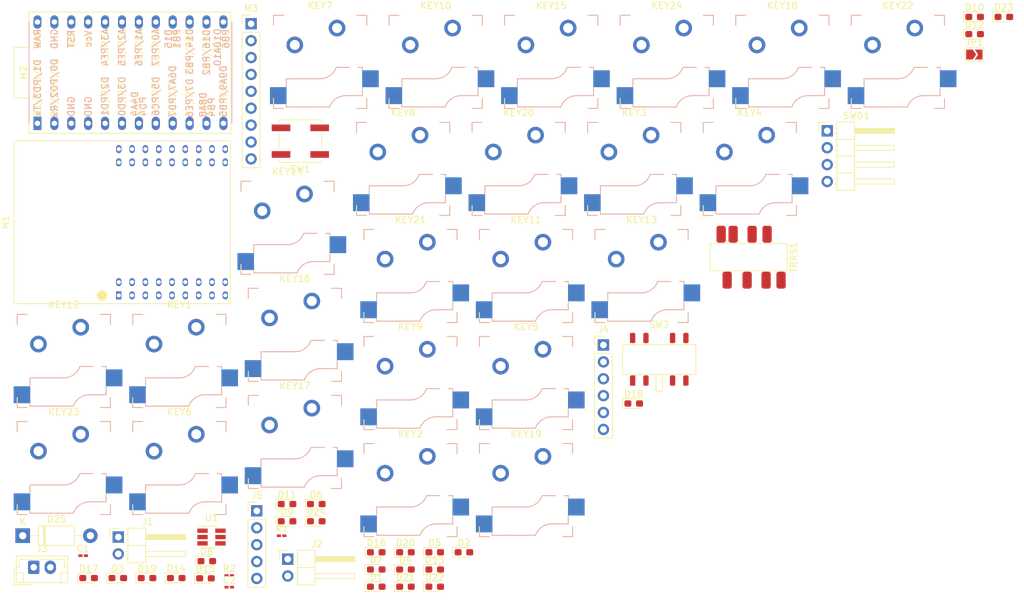
<source format=kicad_pcb>
(kicad_pcb (version 20211014) (generator pcbnew)
  (layers (0 "F.Cu" signal) (31 "B.Cu" signal) (34 "B.Paste" user) (35 "F.Paste" user) (36 "B.SilkS" user "B.Silkscreen") (37 "F.SilkS" user "F.Silkscreen") (38 "B.Mask" user) (39 "F.Mask" user) (44 "Edge.Cuts" user))
  (net 0 "")
  (net 1 "/Vcc_BATT")
  (net 2 "GND")
  (net 3 "/RAW_Pro_Micro")
  (net 4 "/Row_0")
  (net 5 "Net-(D1-Pad2)")
  (net 6 "Net-(D2-Pad2)")
  (net 7 "Net-(D3-Pad2)")
  (net 8 "Net-(D4-Pad2)")
  (net 9 "Net-(D5-Pad2)")
  (net 10 "Net-(D6-Pad2)")
  (net 11 "/Row_1")
  (net 12 "Net-(D7-Pad2)")
  (net 13 "Net-(D8-Pad2)")
  (net 14 "Net-(D9-Pad2)")
  (net 15 "Net-(D10-Pad2)")
  (net 16 "Net-(D11-Pad2)")
  (net 17 "Net-(D12-Pad2)")
  (net 18 "/Row_2")
  (net 19 "Net-(D13-Pad2)")
  (net 20 "Net-(D14-Pad2)")
  (net 21 "Net-(D15-Pad2)")
  (net 22 "Net-(D16-Pad2)")
  (net 23 "Net-(D17-Pad2)")
  (net 24 "Net-(D18-Pad2)")
  (net 25 "/Row_3")
  (net 26 "Net-(D19-Pad2)")
  (net 27 "Net-(D20-Pad2)")
  (net 28 "Net-(D21-Pad2)")
  (net 29 "Net-(D22-Pad2)")
  (net 30 "Net-(D23-Pad2)")
  (net 31 "Net-(D24-Pad2)")
  (net 32 "Net-(D25-Pad1)")
  (net 33 "/RST_Pro_Micro")
  (net 34 "Net-(J2-Pad1)")
  (net 35 "Net-(J2-Pad2)")
  (net 36 "+3V3")
  (net 37 "/SCK_nRF5")
  (net 38 "/MOSI_nRF5")
  (net 39 "/MISO_nRF5")
  (net 40 "/CS_nRF5")
  (net 41 "Net-(M1-Pad12)")
  (net 42 "Net-(M1-Pad13)")
  (net 43 "Net-(M1-Pad14)")
  (net 44 "Net-(M1-Pad30)")
  (net 45 "Net-(M1-Pad28)")
  (net 46 "Net-(JP1-Pad1)")
  (net 47 "/Vcc_Bluefruit")
  (net 48 "/Col_0")
  (net 49 "/Col_1")
  (net 50 "/Col_2")
  (net 51 "/Col_3")
  (net 52 "/Col_4")
  (net 53 "/Col_5")
  (net 56 "/2.4GHz_Enable")
  (net 59 "/Tx_nRF5")
  (net 61 "/Rx_nRF5")
  (net 65 "Net-(M1-Pad31)")
  (net 66 "Net-(M1-Pad32)")
  (net 69 "/RST_Bluefruit")
  (net 72 "/IRQ_Bluefruit")
  (net 73 "/CS_Bluefruit")
  (net 76 "/MISO_Bluefruit")
  (net 77 "/SCK_Bluefruit")
  (net 78 "/MOSI_Bluefruit")
  (net 84 "Net-(R1-Pad1)")
  (footprint "key-switches:MX_Switch_Gateron_socket_A" (layer "F.Cu") (at 149.485 75.605)
    (fp_text reference "KEY10" (at 0 -8.45 unlocked) (layer "F.SilkS"))
    (fp_text value "13")
    (pad "" np_thru_hole circle (at 3.81 2.54) (size 3 3) (drill 3) (layers F&B.Cu *.Mask))
    (pad "" np_thru_hole circle (at 0 0) (size 3.9878 3.9878) (drill 3.9878) (layers F&B.Cu *.Mask))
    (pad "" np_thru_hole circle (at -5.08 0) (size 1.7018 1.7018) (drill 1.7018) (layers F&B.Cu *.Mask))
    (pad "" np_thru_hole circle (at -2.54 5.08) (size 3 3) (drill 3) (layers F&B.Cu *.Mask))
    (pad "" np_thru_hole circle (at 5.08 0) (size 1.7018 1.7018) (drill 1.7018) (layers F&B.Cu *.Mask))
    (pad "1" smd rect (at -6.29 5.08) (size 2.5 2.55) (layers "B.Cu" "B.Paste" "B.Mask") (net 51 "/Col_3"))
    (pad "1" thru_hole circle (at -3.81 -2.54) (size 2.4986 2.4986) (drill 1.4986) (layers *.Cu *.Mask) (net 51 "/Col_3"))
    (pad "2" thru_hole circle (at 2.54 -5.08) (size 2.4986 2.4986) (drill 1.4986) (layers *.Cu *.Mask) (net 15 "Net-(D10-Pad2)"))
    (pad "2" smd rect (at 7.56 2.54) (size 2.5 2.55) (layers "B.Cu" "B.Paste" "B.Mask") (net 15 "Net-(D10-Pad2)"))
  )
  (footprint "Diode_SMD:D_0603_1608Metric_Pad1.05x0.95mm_HandSolder" (layer "F.Cu") (at 179.235 126.98)
    (fp_text reference "D18" (at 0 -1.43) (layer "F.SilkS"))
    (fp_text value "1N4148")
    (pad "1" smd roundrect (at -0.875 0) (size 1.05 0.95) (layers "F.Cu" "F.Paste" "F.Mask") (net 18 "/Row_2"))
    (pad "2" smd roundrect (at 0.875 0) (size 1.05 0.95) (layers "F.Cu" "F.Paste" "F.Mask") (net 24 "Net-(D18-Pad2)"))
  )
  (footprint "key-switches:MX_Switch_Gateron_socket_A" (layer "F.Cu") (at 144.595 91.705)
    (fp_text reference "KEY8" (at 0 -8.45 unlocked) (layer "F.SilkS"))
    (fp_text value "11")
    (pad "" np_thru_hole circle (at -2.54 5.08) (size 3 3) (drill 3) (layers F&B.Cu *.Mask))
    (pad "" np_thru_hole circle (at 5.08 0) (size 1.7018 1.7018) (drill 1.7018) (layers F&B.Cu *.Mask))
    (pad "" np_thru_hole circle (at 0 0) (size 3.9878 3.9878) (drill 3.9878) (layers F&B.Cu *.Mask))
    (pad "" np_thru_hole circle (at 3.81 2.54) (size 3 3) (drill 3) (layers F&B.Cu *.Mask))
    (pad "" np_thru_hole circle (at -5.08 0) (size 1.7018 1.7018) (drill 1.7018) (layers F&B.Cu *.Mask))
    (pad "1" thru_hole circle (at -3.81 -2.54) (size 2.4986 2.4986) (drill 1.4986) (layers *.Cu *.Mask) (net 49 "/Col_1"))
    (pad "1" smd rect (at -6.29 5.08) (size 2.5 2.55) (layers "B.Cu" "B.Paste" "B.Mask") (net 49 "/Col_1"))
    (pad "2" thru_hole circle (at 2.54 -5.08) (size 2.4986 2.4986) (drill 1.4986) (layers *.Cu *.Mask) (net 13 "Net-(D8-Pad2)"))
    (pad "2" smd rect (at 7.56 2.54) (size 2.5 2.55) (layers "B.Cu" "B.Paste" "B.Mask") (net 13 "Net-(D8-Pad2)"))
  )
  (footprint "Diode_THT:D_DO-41_SOD81_P10.16mm_Horizontal" (layer "F.Cu") (at 87.44 146.86)
    (fp_text reference "D25" (at 5.08 -2.47) (layer "F.SilkS"))
    (fp_text value "1N5819")
    (fp_text user "K" (at 0 -2.1) (layer "F.SilkS"))
    (pad "1" thru_hole rect (at 0 0) (size 2.2 2.2) (drill 1.1) (layers *.Cu *.Mask) (net 32 "Net-(D25-Pad1)"))
    (pad "2" thru_hole oval (at 10.16 0) (size 2.2 2.2) (drill 1.1) (layers *.Cu *.Mask) (net 1 "/Vcc_BATT"))
  )
  (footprint "Diode_SMD:D_0603_1608Metric_Pad1.05x0.95mm_HandSolder" (layer "F.Cu") (at 234.845 68.85)
    (fp_text reference "D23" (at 0 -1.43) (layer "F.SilkS"))
    (fp_text value "1N4148")
    (pad "1" smd roundrect (at -0.875 0) (size 1.05 0.95) (layers "F.Cu" "F.Paste" "F.Mask") (net 25 "/Row_3"))
    (pad "2" smd roundrect (at 0.875 0) (size 1.05 0.95) (layers "F.Cu" "F.Paste" "F.Mask") (net 30 "Net-(D23-Pad2)"))
  )
  (footprint "Connector_PinHeader_2.54mm:PinHeader_1x09_P2.54mm_Vertical" (layer "F.Cu") (at 121.75 69.88)
    (fp_text reference "M3" (at 0 -2.33) (layer "F.SilkS"))
    (fp_text value "Adafruit_Bluefruit_LE_SPI_Friend")
    (pad "1" thru_hole rect (at 0 0) (size 1.7 1.7) (drill 1) (layers *.Cu *.Mask) (net 77 "/SCK_Bluefruit"))
    (pad "2" thru_hole oval (at 0 2.54) (size 1.7 1.7) (drill 1) (layers *.Cu *.Mask) (net 76 "/MISO_Bluefruit"))
    (pad "3" thru_hole oval (at 0 5.08) (size 1.7 1.7) (drill 1) (layers *.Cu *.Mask) (net 78 "/MOSI_Bluefruit"))
    (pad "4" thru_hole oval (at 0 7.62) (size 1.7 1.7) (drill 1) (layers *.Cu *.Mask) (net 73 "/CS_Bluefruit"))
    (pad "5" thru_hole oval (at 0 10.16) (size 1.7 1.7) (drill 1) (layers *.Cu *.Mask) (net 72 "/IRQ_Bluefruit"))
    (pad "6" thru_hole oval (at 0 12.7) (size 1.7 1.7) (drill 1) (layers *.Cu *.Mask))
    (pad "7" thru_hole oval (at 0 15.24) (size 1.7 1.7) (drill 1) (layers *.Cu *.Mask) (net 69 "/RST_Bluefruit"))
    (pad "8" thru_hole oval (at 0 17.78) (size 1.7 1.7) (drill 1) (layers *.Cu *.Mask) (net 2 "GND"))
    (pad "9" thru_hole oval (at 0 20.32) (size 1.7 1.7) (drill 1) (layers *.Cu *.Mask) (net 47 "/Vcc_Bluefruit"))
  )
  (footprint "key-switches:MX_Switch_Gateron_socket_A" (layer "F.Cu") (at 145.695 107.805)
    (fp_text reference "KEY21" (at 0 -8.45 unlocked) (layer "F.SilkS"))
    (fp_text value "32")
    (pad "" np_thru_hole circle (at -5.08 0) (size 1.7018 1.7018) (drill 1.7018) (layers F&B.Cu *.Mask))
    (pad "" np_thru_hole circle (at 0 0) (size 3.9878 3.9878) (drill 3.9878) (layers F&B.Cu *.Mask))
    (pad "" np_thru_hole circle (at 5.08 0) (size 1.7018 1.7018) (drill 1.7018) (layers F&B.Cu *.Mask))
    (pad "" np_thru_hole circle (at -2.54 5.08) (size 3 3) (drill 3) (layers F&B.Cu *.Mask))
    (pad "" np_thru_hole circle (at 3.81 2.54) (size 3 3) (drill 3) (layers F&B.Cu *.Mask))
    (pad "1" thru_hole circle (at -3.81 -2.54) (size 2.4986 2.4986) (drill 1.4986) (layers *.Cu *.Mask) (net 50 "/Col_2"))
    (pad "1" smd rect (at -6.29 5.08) (size 2.5 2.55) (layers "B.Cu" "B.Paste" "B.Mask") (net 50 "/Col_2"))
    (pad "2" thru_hole circle (at 2.54 -5.08) (size 2.4986 2.4986) (drill 1.4986) (layers *.Cu *.Mask) (net 28 "Net-(D21-Pad2)"))
    (pad "2" smd rect (at 7.56 2.54) (size 2.5 2.55) (layers "B.Cu" "B.Paste" "B.Mask") (net 28 "Net-(D21-Pad2)"))
  )
  (footprint "key-switches:MX_Switch_Gateron_socket_A" (layer "F.Cu") (at 180.415 107.805)
    (fp_text reference "KEY13" (at 0 -8.45 unlocked) (layer "F.SilkS"))
    (fp_text value "20")
    (pad "" np_thru_hole circle (at 0 0) (size 3.9878 3.9878) (drill 3.9878) (layers F&B.Cu *.Mask))
    (pad "" np_thru_hole circle (at -5.08 0) (size 1.7018 1.7018) (drill 1.7018) (layers F&B.Cu *.Mask))
    (pad "" np_thru_hole circle (at -2.54 5.08) (size 3 3) (drill 3) (layers F&B.Cu *.Mask))
    (pad "" np_thru_hole circle (at 3.81 2.54) (size 3 3) (drill 3) (layers F&B.Cu *.Mask))
    (pad "" np_thru_hole circle (at 5.08 0) (size 1.7018 1.7018) (drill 1.7018) (layers F&B.Cu *.Mask))
    (pad "1" thru_hole circle (at -3.81 -2.54) (size 2.4986 2.4986) (drill 1.4986) (layers *.Cu *.Mask) (net 48 "/Col_0"))
    (pad "1" smd rect (at -6.29 5.08) (size 2.5 2.55) (layers "B.Cu" "B.Paste" "B.Mask") (net 48 "/Col_0"))
    (pad "2" smd rect (at 7.56 2.54) (size 2.5 2.55) (layers "B.Cu" "B.Paste" "B.Mask") (net 19 "Net-(D13-Pad2)"))
    (pad "2" thru_hole circle (at 2.54 -5.08) (size 2.4986 2.4986) (drill 1.4986) (layers *.Cu *.Mask) (net 19 "Net-(D13-Pad2)"))
  )
  (footprint "Diode_SMD:D_0603_1608Metric_Pad1.05x0.95mm_HandSolder" (layer "F.Cu") (at 140.555 154.53)
    (fp_text reference "D1" (at 0 -1.43) (layer "F.SilkS"))
    (fp_text value "1N4148")
    (pad "1" smd roundrect (at -0.875 0) (size 1.05 0.95) (layers "F.Cu" "F.Paste" "F.Mask") (net 4 "/Row_0"))
    (pad "2" smd roundrect (at 0.875 0) (size 1.05 0.95) (layers "F.Cu" "F.Paste" "F.Mask") (net 5 "Net-(D1-Pad2)"))
  )
  (footprint "Connector_JST:JST_EH_B2B-EH-A_1x02_P2.50mm_Vertical" (layer "F.Cu") (at 89.09 151.61)
    (fp_text reference "J3" (at 1.25 -2.8) (layer "F.SilkS"))
    (fp_text value "Conn_01x02")
    (pad "1" thru_hole roundrect (at 0 0) (size 1.7 2) (drill 1) (layers *.Cu *.Mask) (roundrect_rratio 0.147059) (net 1 "/Vcc_BATT"))
    (pad "2" thru_hole oval (at 2.5 0) (size 1.7 2) (drill 1) (layers *.Cu *.Mask) (net 2 "GND"))
  )
  (footprint "ErgoSNM_Keybaord:PJ-393" (layer "F.Cu") (at 190.475 108.43)
    (fp_text reference "TRRS1" (at 12.8 -3.4 90 unlocked) (layer "F.SilkS"))
    (fp_text value "PJ-393_TRRS_8P")
    (pad "" np_thru_hole circle (at 2.1 -3.45) (size 1.4 1.4) (drill 1.4) (layers F&B.Cu *.Mask))
    (pad "" np_thru_hole circle (at 9.5 -3.45) (size 1.4 1.4) (drill 1.4) (layers F&B.Cu *.Mask))
    (pad "1" smd roundrect (at 2.8 0) (size 1.4 2.55) (layers "F.Cu" "F.Paste" "F.Mask") (net 2 "GND"))
    (pad "2" smd roundrect (at 8.8 -6.9) (size 1.4 2.55) (layers "F.Cu" "F.Paste" "F.Mask") (net 37 "/SCK_nRF5"))
    (pad "3" smd roundrect (at 8.65 0) (size 1.4 2.55) (layers "F.Cu" "F.Paste" "F.Mask") (net 39 "/MISO_nRF5"))
    (pad "4" smd roundrect (at 5.8 0) (size 1.4 2.55) (layers "F.Cu" "F.Paste" "F.Mask"))
    (pad "5" smd roundrect (at 10.9 0) (size 1.4 2.55) (layers "F.Cu" "F.Paste" "F.Mask"))
    (pad "6" smd roundrect (at 6.55 -6.9) (size 1.4 2.55) (layers "F.Cu" "F.Paste" "F.Mask"))
    (pad "7" smd roundrect (at 3.7 -6.9) (size 1.4 2.55) (layers "F.Cu" "F.Paste" "F.Mask"))
    (pad "8" smd roundrect (at 1.9 -6.9) (size 1.4 2.55) (layers "F.Cu" "F.Paste" "F.Mask") (net 36 "+3V3"))
  )
  (footprint "key-switches:MX_Switch_Gateron_socket_A" (layer "F.Cu") (at 163.055 123.905)
    (fp_text reference "KEY5" (at 0 -8.45 unlocked) (layer "F.SilkS"))
    (fp_text value "04")
    (pad "" np_thru_hole circle (at -5.08 0) (size 1.7018 1.7018) (drill 1.7018) (layers F&B.Cu *.Mask))
    (pad "" np_thru_hole circle (at 5.08 0) (size 1.7018 1.7018) (drill 1.7018) (layers F&B.Cu *.Mask))
    (pad "" np_thru_hole circle (at 0 0) (size 3.9878 3.9878) (drill 3.9878) (layers F&B.Cu *.Mask))
    (pad "" np_thru_hole circle (at -2.54 5.08) (size 3 3) (drill 3) (layers F&B.Cu *.Mask))
    (pad "" np_thru_hole circle (at 3.81 2.54) (size 3 3) (drill 3) (layers F&B.Cu *.Mask))
    (pad "1" smd rect (at -6.29 5.08) (size 2.5 2.55) (layers "B.Cu" "B.Paste" "B.Mask") (net 52 "/Col_4"))
    (pad "1" thru_hole circle (at -3.81 -2.54) (size 2.4986 2.4986) (drill 1.4986) (layers *.Cu *.Mask) (net 52 "/Col_4"))
    (pad "2" smd rect (at 7.56 2.54) (size 2.5 2.55) (layers "B.Cu" "B.Paste" "B.Mask") (net 9 "Net-(D5-Pad2)"))
    (pad "2" thru_hole circle (at 2.54 -5.08) (size 2.4986 2.4986) (drill 1.4986) (layers *.Cu *.Mask) (net 9 "Net-(D5-Pad2)"))
  )
  (footprint "Jumper:SolderJumper-2_P1.3mm_Open_TrianglePad1.0x1.5mm" (layer "F.Cu") (at 230.41 74.51)
    (fp_text reference "JP1" (at 0 -1.8) (layer "F.SilkS"))
    (fp_text value "Jumper_2_Bridged")
    (pad "1" smd custom (at -0.725 0) (size 0.3 0.3) (layers "F.Cu" "F.Mask") (net 46 "Net-(JP1-Pad1)") (options (clearance outline) (anchor rect)) (primitives (gr_poly (pts (xy 1 0) (xy 0.5 0.75) (xy -0.5 0.75) (xy -0.5 -0.75) (xy 0.5 -0.75)) (width 0) (fill yes))))
    (pad "2" smd custom (at 0.725 0) (size 0.3 0.3) (layers "F.Cu" "F.Mask") (net 47 "/Vcc_Bluefruit") (options (clearance outline) (anchor rect)) (primitives (gr_poly (pts (xy 0.5 0.75) (xy -0.65 0.75) (xy -0.15 0) (xy -0.65 -0.75) (xy 0.5 -0.75)) (width 0) (fill yes))))
  )
  (footprint "key-switches:MX_Switch_Gateron_socket_A" (layer "F.Cu") (at 93.615 120.585)
    (fp_text reference "KEY12" (at 0 -8.45 unlocked) (layer "F.SilkS"))
    (fp_text value "15")
    (pad "" np_thru_hole circle (at -5.08 0) (size 1.7018 1.7018) (drill 1.7018) (layers F&B.Cu *.Mask))
    (pad "" np_thru_hole circle (at 3.81 2.54) (size 3 3) (drill 3) (layers F&B.Cu *.Mask))
    (pad "" np_thru_hole circle (at 0 0) (size 3.9878 3.9878) (drill 3.9878) (layers F&B.Cu *.Mask))
    (pad "" np_thru_hole circle (at 5.08 0) (size 1.7018 1.7018) (drill 1.7018) (layers F&B.Cu *.Mask))
    (pad "" np_thru_hole circle (at -2.54 5.08) (size 3 3) (drill 3) (layers F&B.Cu *.Mask))
    (pad "1" thru_hole circle (at -3.81 -2.54) (size 2.4986 2.4986) (drill 1.4986) (layers *.Cu *.Mask) (net 53 "/Col_5"))
    (pad "1" smd rect (at -6.29 5.08) (size 2.5 2.55) (layers "B.Cu" "B.Paste" "B.Mask") (net 53 "/Col_5"))
    (pad "2" smd rect (at 7.56 2.54) (size 2.5 2.55) (layers "B.Cu" "B.Paste" "B.Mask") (net 17 "Net-(D12-Pad2)"))
    (pad "2" thru_hole circle (at 2.54 -5.08) (size 2.4986 2.4986) (drill 1.4986) (layers *.Cu *.Mask) (net 17 "Net-(D12-Pad2)"))
  )
  (footprint "key-switches:MX_Switch_Gateron_socket_A" (layer "F.Cu") (at 110.975 136.685)
    (fp_text reference "KEY6" (at 0 -8.45 unlocked) (layer "F.SilkS"))
    (fp_text value "05")
    (pad "" np_thru_hole circle (at -2.54 5.08) (size 3 3) (drill 3) (layers F&B.Cu *.Mask))
    (pad "" np_thru_hole circle (at -5.08 0) (size 1.7018 1.7018) (drill 1.7018) (layers F&B.Cu *.Mask))
    (pad "" np_thru_hole circle (at 0 0) (size 3.9878 3.9878) (drill 3.9878) (layers F&B.Cu *.Mask))
    (pad "" np_thru_hole circle (at 3.81 2.54) (size 3 3) (drill 3) (layers F&B.Cu *.Mask))
    (pad "" np_thru_hole circle (at 5.08 0) (size 1.7018 1.7018) (drill 1.7018) (layers F&B.Cu *.Mask))
    (pad "1" thru_hole circle (at -3.81 -2.54) (size 2.4986 2.4986) (drill 1.4986) (layers *.Cu *.Mask) (net 53 "/Col_5"))
    (pad "1" smd rect (at -6.29 5.08) (size 2.5 2.55) (layers "B.Cu" "B.Paste" "B.Mask") (net 53 "/Col_5"))
    (pad "2" smd rect (at 7.56 2.54) (size 2.5 2.55) (layers "B.Cu" "B.Paste" "B.Mask") (net 10 "Net-(D6-Pad2)"))
    (pad "2" thru_hole circle (at 2.54 -5.08) (size 2.4986 2.4986) (drill 1.4986) (layers *.Cu *.Mask) (net 10 "Net-(D6-Pad2)"))
  )
  (footprint "Capacitor_SMD:C_0201_0603Metric_Pad0.64x0.40mm_HandSolder" (layer "F.Cu") (at 118.47 154.6)
    (fp_text reference "C2" (at 0 -1.05) (layer "F.SilkS"))
    (fp_text value "1uF")
    (pad "1" smd roundrect (at -0.4075 0) (size 0.635 0.4) (layers "F.Cu" "F.Mask") (net 3 "/RAW_Pro_Micro"))
    (pad "2" smd roundrect (at 0.4075 0) (size 0.635 0.4) (layers "F.Cu" "F.Mask") (net 2 "GND"))
  )
  (footprint "Diode_SMD:D_0603_1608Metric_Pad1.05x0.95mm_HandSolder" (layer "F.Cu") (at 149.335 149.35)
    (fp_text reference "D5" (at 0 -1.43) (layer "F.SilkS"))
    (fp_text value "1N4148")
    (pad "1" smd roundrect (at -0.875 0) (size 1.05 0.95) (layers "F.Cu" "F.Paste" "F.Mask") (net 4 "/Row_0"))
    (pad "2" smd roundrect (at 0.875 0) (size 1.05 0.95) (layers "F.Cu" "F.Paste" "F.Mask") (net 9 "Net-(D5-Pad2)"))
  )
  (footprint "Package_TO_SOT_SMD:SOT-23-6_Handsoldering" (layer "F.Cu") (at 115.8 147.06)
    (fp_text reference "U1" (at 0 -2.9) (layer "F.SilkS"))
    (fp_text value "TP4057")
    (pad "1" smd rect (at -1.35 -0.95) (size 1.56 0.65) (layers "F.Cu" "F.Paste" "F.Mask") (net 34 "Net-(J2-Pad1)"))
    (pad "2" smd rect (at -1.35 0) (size 1.56 0.65) (layers "F.Cu" "F.Paste" "F.Mask") (net 2 "GND"))
    (pad "3" smd rect (at -1.35 0.95) (size 1.56 0.65) (layers "F.Cu" "F.Paste" "F.Mask") (net 1 "/Vcc_BATT"))
    (pad "4" smd rect (at 1.35 0.95) (size 1.56 0.65) (layers "F.Cu" "F.Paste" "F.Mask") (net 3 "/RAW_Pro_Micro"))
    (pad "5" smd rect (at 1.35 0) (size 1.56 0.65) (layers "F.Cu" "F.Paste" "F.Mask") (net 35 "Net-(J2-Pad2)"))
    (pad "6" smd rect (at 1.35 -0.95) (size 1.56 0.65) (layers "F.Cu" "F.Paste" "F.Mask") (net 84 "Net-(R1-Pad1)"))
  )
  (footprint "Diode_SMD:D_0603_1608Metric_Pad1.05x0.95mm_HandSolder" (layer "F.Cu") (at 140.555 149.35)
    (fp_text reference "D16" (at 0 -1.43) (layer "F.SilkS"))
    (fp_text value "1N4148")
    (pad "1" smd roundrect (at -0.875 0) (size 1.05 0.95) (layers "F.Cu" "F.Paste" "F.Mask") (net 18 "/Row_2"))
    (pad "2" smd roundrect (at 0.875 0) (size 1.05 0.95) (layers "F.Cu" "F.Paste" "F.Mask") (net 22 "Net-(D16-Pad2)"))
  )
  (footprint "ErgoSNM_Keybaord:Pro_Micro" (layer "F.Cu") (at 103.625 77.235)
    (fp_text reference "M2" (at -16.07 0 90) (layer "F.SilkS"))
    (fp_text value "Pro_Micro")
    (fp_text user "RST" (at -8.89 -5.08 90 unlocked) (layer "B.SilkS") (effects (justify mirror)))
    (fp_text user "A2/PF5" (at -1.27 -3.81 90 unlocked) (layer "B.SilkS") (effects (justify mirror)))
    (fp_text user "D2/PD1" (at -3.81 3.556 90 unlocked) (layer "B.SilkS") (effects (justify mirror)))
    (fp_text user "PB1" (at 6.985 -5.08 90 unlocked) (layer "B.SilkS") (effects (justify mirror)))
    (fp_text user "D0/PD2/Rx" (at -11.43 2.286 90 unlocked) (layer "B.SilkS") (effects (justify mirror)))
    (fp_text user "Vcc" (at -6.35 -5.08 90 unlocked) (layer "B.SilkS") (effects (justify mirror)))
    (fp_text user "A3/PF4" (at -3.81 -3.81 90 unlocked) (layer "B.SilkS") (effects (justify mirror)))
    (fp_text user "D3/PD0" (at -1.27 3.556 90 unlocked) (layer "B.SilkS") (effects (justify mirror)))
    (fp_text user "D8A8" (at 10.922 4.826 90 unlocked) (layer "B.SilkS") (effects (justify mirror)))
    (fp_text user "GND" (at -8.89 5.08 90 unlocked) (layer "B.SilkS") (effects (justify mirror)))
    (fp_text user "GND" (at -11.43 -5.08 90 unlocked) (layer "B.SilkS") (effects (justify mirror)))
    (fp_text user "A0/PF7" (at 3.81 -3.81 90 unlocked) (layer "B.SilkS") (effects (justify mirror)))
    (fp_text user "PB4" (at 12.192 5.207 90 unlocked) (layer "B.SilkS") (effects (justify mirror)))
    (fp_text user "D6A7/PD7" (at 6.35 2.794 90 unlocked) (layer "B.SilkS") (effects (justify mirror)))
    (fp_text user "D7/PE6" (at 8.89 3.81 90 unlocked) (layer "B.SilkS") (effects (justify mirror)))
    (fp_text user "D15" (at 5.715 -5.08 90 unlocked) (layer "B.SilkS") (effects (justify mirror)))
    (fp_text user "D16/PB2" (at 11.43 -3.048 90 unlocked) (layer "B.SilkS") (effects (justify mirror)))
    (fp_text user "D9A9/PB5" (at 13.97 2.794 90 unlocked) (layer "B.SilkS") (effects (justify mirror)))
    (fp_text user "GND" (at -6.35 5.08 90 unlocked) (layer "B.SilkS") (effects (justify mirror)))
    (fp_text user "PD4" (at 1.905 5.08 90 unlocked) (layer "B.SilkS") (effects (justify mirror)))
    (fp_text user "D14/PB3" (at 8.889666 -3.17627 90 unlocked) (layer "B.SilkS") (effects (justify mirror)))
    (fp_text user "PB6" (at 14.351 -5.08 90 unlocked) (layer "B.SilkS") (effects (justify mirror)))
    (fp_text user "D5/PC6" (at 3.81 3.556 90 unlocked) (layer "B.SilkS") (effects (justify mirror)))
    (fp_text user "RAW" (at -13.97 -5.08 90 unlocked) (layer "B.SilkS") (effects (justify mirror)))
    (fp_text user "D4A4" (at 0.635 4.699 90 unlocked) (layer "B.SilkS") (effects (justify mirror)))
    (fp_text user "D10A10" (at 13.081 -3.81 90 unlocked) (layer "B.SilkS") (effects (justify mirror)))
    (fp_text user "D1/PD3/Tx" (at -13.97 2.286 90 unlocked) (layer "B.SilkS") (effects (justify mirror)))
    (fp_text user "A1/PF6" (at 1.27 -3.81 90 unlocked) (layer "B.SilkS") (effects (justify mirror)))
    (fp_text user "GND" (at -11.43 -5.08 90 unlocked) (layer "F.SilkS"))
    (fp_text user "A3/PF4" (at -3.81 -3.81 90 unlocked) (layer "F.SilkS"))
    (fp_text user "D3/PD0" (at -1.27 3.556 90 unlocked) (layer "F.SilkS"))
    (fp_text user "D4A4" (at 0.635 4.699 90 unlocked) (layer "F.SilkS"))
    (fp_text user "PB4" (at 12.192 5.207 90 unlocked) (layer "F.SilkS"))
    (fp_text user "D0/PD2/Rx" (at -11.43 2.286 90 unlocked) (layer "F.SilkS"))
    (fp_text user "PD4" (at 1.905 5.08 90 unlocked) (layer "F.SilkS"))
    (fp_text user "D6A7/PD7" (at 6.35 2.794 90 unlocked) (layer "F.SilkS"))
    (fp_text user "D15" (at 5.715 -5.08 90 unlocked) (layer "F.SilkS"))
    (fp_text user "RAW" (at -13.97 -5.08 90 unlocked) (layer "F.SilkS"))
    (fp_text user "D2/PD1" (at -3.81 3.556 90 unlocked) (layer "F.SilkS"))
    (fp_text user "D16/PB2" (at 11.43 -3.048 90 unlocked) (layer "F.SilkS"))
    (fp_text user "D1/PD3/Tx" (at -13.97 2.286 90 unlocked) (layer "F.SilkS"))
    (fp_text user "GND" (at -8.89 5.08 90 unlocked) (layer "F.SilkS"))
    (fp_text user "D9A9/PB5" (at 13.97 2.794 90 unlocked) (layer "F.SilkS"))
    (fp_text user "D7/PE6" (at 8.89 3.81 90 unlocked) (layer "F.SilkS"))
    (fp_text user "A0/PF7" (at 3.81 -3.81 90 unlocked) (layer "F.SilkS"))
    (fp_text user "D14/PB3" (at 8.889666 -3.17627 90 unlocked) (layer "F.SilkS"))
    (fp_text user "D5/PC6" (at 3.81 3.556 90 unlocked) (layer "F.SilkS"))
    (fp_text user "RST" (at -8.89 -5.08 90 unlocked) (layer "F.SilkS"))
    (fp_text user "PB6" (at 14.351 -5.08 90 unlocked) (layer "F.SilkS"))
    (fp_text user "D8A8" (at 10.922 4.826 90 unlocked) (layer "F.SilkS"))
    (fp_text user "A2/PF5" (at -1.27 -3.81 90 unlocked) (layer "F.SilkS"))
    (fp_text user "Vcc" (at -6.35 -5.08 90 unlocked) (layer "F.SilkS"))
    (fp_text user "A1/PF6" (at 1.27 -3.81 90 unlocked) (layer "F.SilkS"))
    (fp_text user "D10A10" (at 13.081 -3.81 90 unlocked) (layer "F.SilkS"))
    (fp_text user "PB1" (at 6.985 -5.08 90 unlocked) (layer "F.SilkS"))
    (fp_text user "GND" (at -6.35 5.08 90 unlocked) (layer "F.SilkS"))
    (pad "0" thru_hole oval (at -11.43 7.62) (size 1.2 2) (drill 0.8) (layers *.Cu *.Mask) (net 61 "/Rx_nRF5"))
    (pad "1" thru_hole rect (at -13.97 7.62) (size 1.2 2) (drill 0.8) (layers *.Cu *.Mask) (net 59 "/Tx_nRF5"))
    (pad "2" thru_hole oval (at -3.81 7.62) (size 1.2 2) (drill 0.8) (layers *.Cu *.Mask))
    (pad "3" thru_hole oval (at -1.27 7.62) (size 1.2 2) (drill 0.8) (layers *.Cu *.Mask))
    (pad "4" thru_hole oval (at 1.27 7.62) (size 1.2 2) (drill 0.8) (layers *.Cu *.Mask) (net 69 "/RST_Bluefruit"))
    (pad "5" thru_hole oval (at 3.81 7.62) (size 1.2 2) (drill 0.8) (layers *.Cu *.Mask))
    (pad "6" thru_hole oval (at 6.35 7.62) (size 1.2 2) (drill 0.8) (layers *.Cu *.Mask))
    (pad "7" thru_hole oval (at 8.89 7.62) (size 1.2 2) (drill 0.8) (layers *.Cu *.Mask) (net 72 "/IRQ_Bluefruit"))
    (pad "8" thru_hole oval (at 11.43 7.62) (size 1.2 2) (drill 0.8) (layers *.Cu *.Mask) (net 73 "/CS_Bluefruit"))
    (pad "9" thru_hole oval (at 13.97 7.62) (size 1.2 2) (drill 0.8) (layers *.Cu *.Mask))
    (pad "10" thru_hole oval (at 13.97 -7.62) (size 1.2 2) (drill 0.8) (layers *.Cu *.Mask))
    (pad "14" thru_hole oval (at 8.89 -7.62) (size 1.2 2) (drill 0.8) (layers *.Cu *.Mask) (net 76 "/MISO_Bluefruit"))
    (pad "15" thru_hole oval (at 6.35 -7.62) (size 1.2 2) (drill 0.8) (layers *.Cu *.Mask) (net 77 "/SCK_Bluefruit"))
    (pad "16" thru_hole oval (at 11.43 -7.62) (size 1.2 2) (drill 0.8) (layers *.Cu *.Mask) (net 78 "/MOSI_Bluefruit"))
    (pad "A0" thru_hole oval (at 3.81 -7.62) (size 1.2 2) (drill 0.8) (layers *.Cu *.Mask))
    (pad "A1" thru_hole oval (at 1.27 -7.62) (size 1.2 2) (drill 0.8) (layers *.Cu *.Mask))
    (pad "A2" thru_hole oval (at -1.27 -7.62) (size 1.2 2) (drill 0.8) (layers *.Cu *.Mask))
    (pad "A3" thru_hole oval (at -3.81 -7.62) (size 1.2 2) (drill 0.8) (layers *.Cu *.Mask))
    (pad "GND0" thru_hole oval (at -11.43 -7.62) (size 1.2 2) (drill 0.8) (layers *.Cu *.Mask) (net 2 "GND"))
    (pad "GND1" thru_hole oval (at -8.89 7.62) (size 1.2 2) (drill 0.8) (layers *.Cu *.Mask) (net 2 "GND"))
    (pad "GND2" thru_hole oval (at -6.35 7.62) (size 1.2 2) (drill 0.8) (layers *.Cu *.Mask) (net 2 "GND"))
    (pad "RAW" thru_hole oval (at -13.97 -7.62) (size 1.2 2) (drill 0.8) (layers *.Cu *.Mask) (net 3 "/RAW_Pro_Micro"))
    (pad "RST" thru_hole oval (at -8.89 -7.62) (size 1.2 2) (drill 0.8) (layers *.Cu *.Mask) (net 33 "/RST_Pro_Micro"))
    (pad "Vcc" thru_hole oval (at -6.35 -7.62) (size 1.2 2) (drill 0.8) (layers *.Cu *.Mask) (net 36 "+3V3"))
  )
  (footprint "Diode_SMD:D_0603_1608Metric_Pad1.05x0.95mm_HandSolder" (layer "F.Cu") (at 149.335 154.53)
    (fp_text reference "D22" (at 0 -1.43) (layer "F.SilkS"))
    (fp_text value "1N4148")
    (pad "1" smd roundrect (at -0.875 0) (size 1.05 0.95) (layers "F.Cu" "F.Paste" "F.Mask") (net 25 "/Row_3"))
    (pad "2" smd roundrect (at 0.875 0) (size 1.05 0.95) (layers "F.Cu" "F.Paste" "F.Mask") (net 29 "Net-(D22-Pad2)"))
  )
  (footprint "Diode_SMD:D_0603_1608Metric_Pad1.05x0.95mm_HandSolder" (layer "F.Cu") (at 140.555 151.94)
    (fp_text reference "D7" (at 0 -1.43) (layer "F.SilkS"))
    (fp_text value "1N4148")
    (pad "1" smd roundrect (at -0.875 0) (size 1.05 0.95) (layers "F.Cu" "F.Paste" "F.Mask") (net 11 "/Row_1"))
    (pad "2" smd roundrect (at 0.875 0) (size 1.05 0.95) (layers "F.Cu" "F.Paste" "F.Mask") (net 12 "Net-(D7-Pad2)"))
  )
  (footprint "Diode_SMD:D_0603_1608Metric_Pad1.05x0.95mm_HandSolder" (layer "F.Cu") (at 144.945 151.94)
    (fp_text reference "D4" (at 0 -1.43) (layer "F.SilkS"))
    (fp_text value "1N4148")
    (pad "1" smd roundrect (at -0.875 0) (size 1.05 0.95) (layers "F.Cu" "F.Paste" "F.Mask") (net 4 "/Row_0"))
    (pad "2" smd roundrect (at 0.875 0) (size 1.05 0.95) (layers "F.Cu" "F.Paste" "F.Mask") (net 8 "Net-(D4-Pad2)"))
  )
  (footprint "Connector_PinHeader_2.54mm:PinHeader_1x06_P2.54mm_Vertical" (layer "F.Cu") (at 174.69 118.18)
    (fp_text reference "J4" (at 0 -2.33) (layer "F.SilkS"))
    (fp_text value "Conn_01x06")
    (pad "1" thru_hole rect (at 0 0) (size 1.7 1.7) (drill 1) (layers *.Cu *.Mask) (net 36 "+3V3"))
    (pad "2" thru_hole oval (at 0 2.54) (size 1.7 1.7) (drill 1) (layers *.Cu *.Mask) (net 37 "/SCK_nRF5"))
    (pad "3" thru_hole oval (at 0 5.08) (size 1.7 1.7) (drill 1) (layers *.Cu *.Mask) (net 38 "/MOSI_nRF5"))
    (pad "4" thru_hole oval (at 0 7.62) (size 1.7 1.7) (drill 1) (layers *.Cu *.Mask) (net 39 "/MISO_nRF5"))
    (pad "5" thru_hole oval (at 0 10.16) (size 1.7 1.7) (drill 1) (layers *.Cu *.Mask) (net 40 "/CS_nRF5"))
    (pad "6" thru_hole oval (at 0 12.7) (size 1.7 1.7) (drill 1) (layers *.Cu *.Mask) (net 2 "GND"))
  )
  (footprint "ErgoSNM_Keybaord:MSK-23D20-T" (layer "F.Cu") (at 183.075 120.13)
    (fp_text reference "SW2" (at 0 -5 unlocked) (layer "F.SilkS"))
    (fp_text value "SW_2P3T")
    (pad "1" smd roundrect (at -4 3.4) (size 0.8 1.55) (layers "F.Cu" "F.Paste" "F.Mask") (roundrect_rratio 0) (chamfer_ratio 0.2) (chamfer top_left) (net 3 "/RAW_Pro_Micro"))
    (pad "2" smd roundrect (at -2 3.4) (size 0.8 1.55) (layers "F.Cu" "F.Paste" "F.Mask") (net 32 "Net-(D25-Pad1)"))
    (pad "3" smd roundrect (at 2 3.4) (size 0.8 1.55) (layers "F.Cu" "F.Paste" "F.Mask"))
    (pad "4" smd roundrect (at 4 3.4) (size 0.8 1.55) (layers "F.Cu" "F.Paste" "F.Mask") (net 32 "Net-(D25-Pad1)"))
    (pad "5" smd roundrect (at -4 -3) (size 0.8 1.55) (layers "F.Cu" "F.Paste" "F.Mask") (net 36 "+3V3"))
    (pad "6" smd roundrect (at -2 -3) (size 0.8 1.55) (layers "F.Cu" "F.Paste" "F.Mask") (net 56 "/2.4GHz_Enable"))
    (pad "7" smd roundrect (at 2 -3) (size 0.8 1.55) (layers "F.Cu" "F.Paste" "F.Mask") (net 46 "Net-(JP1-Pad1)"))
    (pad "8" smd roundrect (at 4 -3) (size 0.8 1.55) (layers "F.Cu" "F.Paste" "F.Mask") (net 47 "/Vcc_Bluefruit"))
  )
  (footprint "Diode_SMD:D_0603_1608Metric_Pad1.05x0.95mm_HandSolder" (layer "F.Cu") (at 127.155 142.1)
    (fp_text reference "D11" (at 0 -1.43) (layer "F.SilkS"))
    (fp_text value "1N4148")
    (pad "1" smd roundrect (at -0.875 0) (size 1.05 0.95) (layers "F.Cu" "F.Paste" "F.Mask") (net 11 "/Row_1"))
    (pad "2" smd roundrect (at 0.875 0) (size 1.05 0.95) (layers "F.Cu" "F.Paste" "F.Mask") (net 16 "Net-(D11-Pad2)"))
  )
  (footprint "key-switches:MX_Switch_Gateron_socket_A" (layer "F.Cu") (at 163.055 140.005)
    (fp_text reference "KEY19" (at 0 -8.45 unlocked) (layer "F.SilkS"))
    (fp_text value "30")
    (pad "" np_thru_hole circle (at 5.08 0) (size 1.7018 1.7018) (drill 1.7018) (layers F&B.Cu *.Mask))
    (pad "" np_thru_hole circle (at 3.81 2.54) (size 3 3) (drill 3) (layers F&B.Cu *.Mask))
    (pad "" np_thru_hole circle (at -5.08 0) (size 1.7018 1.7018) (drill 1.7018) (layers F&B.Cu *.Mask))
    (pad "" np_thru_hole circle (at -2.54 5.08) (size 3 3) (drill 3) (layers F&B.Cu *.Mask))
    (pad "" np_thru_hole circle (at 0 0) (size 3.9878 3.9878) (drill 3.9878) (layers F&B.Cu *.Mask))
    (pad "1" smd rect (at -6.29 5.08) (size 2.5 2.55) (layers "B.Cu" "B.Paste" "B.Mask") (net 48 "/Col_0"))
    (pad "1" thru_hole circle (at -3.81 -2.54) (size 2.4986 2.4986) (drill 1.4986) (layers *.Cu *.Mask) (net 48 "/Col_0"))
    (pad "2" smd rect (at 7.56 2.54) (size 2.5 2.55) (layers "B.Cu" "B.Paste" "B.Mask") (net 26 "Net-(D19-Pad2)"))
    (pad "2" thru_hole circle (at 2.54 -5.08) (size 2.4986 2.4986) (drill 1.4986) (layers *.Cu *.Mask) (net 26 "Net-(D19-Pad2)"))
  )
  (footprint "key-switches:MX_Switch_Gateron_socket_A" (layer "F.Cu") (at 218.925 75.605)
    (fp_text reference "KEY22" (at 0 -8.45 unlocked) (layer "F.SilkS"))
    (fp_text value "33")
    (pad "" np_thru_hole circle (at 5.08 0) (size 1.7018 1.7018) (drill 1.7018) (layers F&B.Cu *.Mask))
    (pad "" np_thru_hole circle (at -5.08 0) (size 1.7018 1.7018) (drill 1.7018) (layers F&B.Cu *.Mask))
    (pad "" np_thru_hole circle (at 3.81 2.54) (size 3 3) (drill 3) (layers F&B.Cu *.Mask))
    (pad "" np_thru_hole circle (at 0 0) (size 3.9878 3.9878) (drill 3.9878) (layers F&B.Cu *.Mask))
    (pad "" np_thru_hole circle (at -2.54 5.08) (size 3 3) (drill 3) (layers F&B.Cu *.Mask))
    (pad "1" smd rect (at -6.29 5.08) (size 2.5 2.55) (layers "B.Cu" "B.Paste" "B.Mask") (net 51 "/Col_3"))
    (pad "1" thru_hole circle (at -3.81 -2.54) (size 2.4986 2.4986) (drill 1.4986) (layers *.Cu *.Mask) (net 51 "/Col_3"))
    (pad "2" thru_hole circle (at 2.54 -5.08) (size 2.4986 2.4986) (drill 1.4986) (layers *.Cu *.Mask) (net 29 "Net-(D22-Pad2)"))
    (pad "2" smd rect (at 7.56 2.54) (size 2.5 2.55) (layers "B.Cu" "B.Paste" "B.Mask") (net 29 "Net-(D22-Pad2)"))
  )
  (footprint "Diode_SMD:D_0603_1608Metric_Pad1.05x0.95mm_HandSolder" (layer "F.Cu") (at 230.455 71.44)
    (fp_text reference "D12" (at 0 -1.43) (layer "F.SilkS"))
    (fp_text value "1N4148")
    (pad "1" smd roundrect (at -0.875 0) (size 1.05 0.95) (layers "F.Cu" "F.Paste" "F.Mask") (net 11 "/Row_1"))
    (pad "2" smd roundrect (at 0.875 0) (size 1.05 0.95) (layers "F.Cu" "F.Paste" "F.Mask") (net 17 "Net-(D12-Pad2)"))
  )
  (footprint "Diode_SMD:D_0603_1608Metric_Pad1.05x0.95mm_HandSolder" (layer "F.Cu") (at 101.725 153.23)
    (fp_text reference "D3" (at 0 -1.43) (layer "F.SilkS"))
    (fp_text value "1N4148")
    (pad "1" smd roundrect (at -0.875 0) (size 1.05 0.95) (layers "F.Cu" "F.Paste" "F.Mask") (net 4 "/Row_0"))
    (pad "2" smd roundrect (at 0.875 0) (size 1.05 0.95) (layers "F.Cu" "F.Paste" "F.Mask") (net 7 "Net-(D3-Pad2)"))
  )
  (footprint "Capacitor_SMD:C_0201_0603Metric_Pad0.64x0.40mm_HandSolder" (layer "F.Cu") (at 96.52 149.86)
    (fp_text reference "C1" (at 0 -1.05) (layer "F.SilkS"))
    (fp_text value "10uF")
    (pad "1" smd roundrect (at -0.4075 0) (size 0.635 0.4) (layers "F.Cu" "F.Mask") (net 1 "/Vcc_BATT"))
    (pad "2" smd roundrect (at 0.4075 0) (size 0.635 0.4) (layers "F.Cu" "F.Mask") (net 2 "GND"))
  )
  (footprint "Diode_SMD:D_0603_1608Metric_Pad1.05x0.95mm_HandSolder" (layer "F.Cu") (at 230.455 68.85)
    (fp_text reference "D10" (at 0 -1.43) (layer "F.SilkS"))
    (fp_text value "1N4148")
    (pad "1" smd roundrect (at -0.875 0) (size 1.05 0.95) (layers "F.Cu" "F.Paste" "F.Mask") (net 11 "/Row_1"))
    (pad "2" smd roundrect (at 0.875 0) (size 1.05 0.95) (layers "F.Cu" "F.Paste" "F.Mask") (net 15 "Net-(D10-Pad2)"))
  )
  (footprint "key-switches:MX_Switch_Gateron_socket_A" (layer "F.Cu") (at 145.695 123.905)
    (fp_text reference "KEY9" (at 0 -8.45 unlocked) (layer "F.SilkS"))
    (fp_text value "12")
    (pad "" np_thru_hole circle (at -5.08 0) (size 1.7018 1.7018) (drill 1.7018) (layers F&B.Cu *.Mask))
    (pad "" np_thru_hole circle (at 5.08 0) (size 1.7018 1.7018) (drill 1.7018) (layers F&B.Cu *.Mask))
    (pad "" np_thru_hole circle (at 3.81 2.54) (size 3 3) (drill 3) (layers F&B.Cu *.Mask))
    (pad "" np_thru_hole circle (at 0 0) (size 3.9878 3.9878) (drill 3.9878) (layers F&B.Cu *.Mask))
    (pad "" np_thru_hole circle (at -2.54 5.08) (size 3 3) (drill 3) (layers F&B.Cu *.Mask))
    (pad "1" smd rect (at -6.29 5.08) (size 2.5 2.55) (layers "B.Cu" "B.Paste" "B.Mask") (net 50 "/Col_2"))
    (pad "1" thru_hole circle (at -3.81 -2.54) (size 2.4986 2.4986) (drill 1.4986) (layers *.Cu *.Mask) (net 50 "/Col_2"))
    (pad "2" thru_hole circle (at 2.54 -5.08) (size 2.4986 2.4986) (drill 1.4986) (layers *.Cu *.Mask) (net 14 "Net-(D9-Pad2)"))
    (pad "2" smd rect (at 7.56 2.54) (size 2.5 2.55) (layers "B.Cu" "B.Paste" "B.Mask") (net 14 "Net-(D9-Pad2)"))
  )
  (footprint "Connector_PinHeader_2.54mm:PinHeader_1x02_P2.54mm_Horizontal" (layer "F.Cu") (at 101.8 147.06)
    (fp_text reference "J1" (at 4.385 -2.27) (layer "F.SilkS"))
    (fp_text value "Conn_01x02")
    (pad "1" thru_hole rect (at 0 0) (size 1.7 1.7) (drill 1) (layers *.Cu *.Mask) (net 33 "/RST_Pro_Micro"))
    (pad "2" thru_hole oval (at 0 2.54) (size 1.7 1.7) (drill 1) (layers *.Cu *.Mask) (net 2 "GND"))
  )
  (footprint "Resistor_SMD:R_0201_0603Metric_Pad0.64x0.40mm_HandSolder" (layer "F.Cu") (at 126.34 146.86)
    (fp_text reference "R1" (at 0 -1.05) (layer "F.SilkS"))
    (fp_text value "4.7k")
    (pad "1" smd roundrect (at -0.4075 0) (size 0.635 0.4) (layers "F.Cu" "F.Mask") (net 84 "Net-(R1-Pad1)"))
    (pad "2" smd roundrect (at 0.4075 0) (size 0.635 0.4) (layers "F.Cu" "F.Mask") (net 2 "GND"))
  )
  (footprint "key-switches:MX_Switch_Gateron_socket_A" (layer "F.Cu") (at 128.335 116.655)
    (fp_text reference "KEY16" (at 0 -8.45 unlocked) (layer "F.SilkS"))
    (fp_text value "23")
    (pad "" np_thru_hole circle (at -2.54 5.08) (size 3 3) (drill 3) (layers F&B.Cu *.Mask))
    (pad "" np_thru_hole circle (at -5.08 0) (size 1.7018 1.7018) (drill 1.7018) (layers F&B.Cu *.Mask))
    (pad "" np_thru_hole circle (at 5.08 0) (size 1.7018 1.7018) (drill 1.7018) (layers F&B.Cu *.Mask))
    (pad "" np_thru_hole circle (at 0 0) (size 3.9878 3.9878) (drill 3.9878) (layers F&B.Cu *.Mask))
    (pad "" np_thru_hole circle (at 3.81 2.54) (size 3 3) (drill 3) (layers F&B.Cu *.Mask))
    (pad "1" thru_hole circle (at -3.81 -2.54) (size 2.4986 2.4986) (drill 1.4986) (layers *.Cu *.Mask) (net 51 "/Col_3"))
    (pad "1" smd rect (at -6.29 5.08) (size 2.5 2.55) (layers "B.Cu" "B.Paste" "B.Mask") (net 51 "/Col_3"))
    (pad "2" smd rect (at 7.56 2.54) (size 2.5 2.55) (layers "B.Cu" "B.Paste" "B.Mask") (net 22 "Net-(D16-Pad2)"))
    (pad "2" thru_hole circle (at 2.54 -5.08) (size 2.4986 2.4986) (drill 1.4986) (layers *.Cu *.Mask) (net 22 "Net-(D16-Pad2)"))
  )
  (footprint "key-switches:MX_Switch_Gateron_socket_A" (layer "F.Cu") (at 184.205 75.605)
    (fp_text reference "KEY24" (at 0 -8.45 unlocked) (layer "F.SilkS"))
    (fp_text value "35")
    (pad "" np_thru_hole circle (at 3.81 2.54) (size 3 3) (drill 3) (layers F&B.Cu *.Mask))
    (pad "" np_thru_hole circle (at -2.54 5.08) (size 3 3) (drill 3) (layers F&B.Cu *.Mask))
    (pad "" np_thru_hole circle (at -5.08 0) (size 1.7018 1.7018) (drill 1.7018) (layers F&B.Cu *.Mask))
    (pad "" np_thru_hole circle (at 0 0) (size 3.9878 3.9878) (drill 3.9878) (layers F&B.Cu *.Mask))
    (pad "" np_thru_hole circle (at 5.08 0) (size 1.7018 1.7018) (drill 1.7018) (layers F&B.Cu *.Mask))
    (pad "1" smd rect (at -6.29 5.08) (size 2.5 2.55) (layers "B.Cu" "B.Paste" "B.Mask") (net 53 "/Col_5"))
    (pad "1" thru_hole circle (at -3.81 -2.54) (size 2.4986 2.4986) (drill 1.4986) (layers *.Cu *.Mask) (net 53 "/Col_5"))
    (pad "2" thru_hole circle (at 2.54 -5.08) (size 2.4986 2.4986) (drill 1.4986) (layers *.Cu *.Mask) (net 31 "Net-(D24-Pad2)"))
    (pad "2" smd rect (at 7.56 2.54) (size 2.5 2.55) (layers "B.Cu" "B.Paste" "B.Mask") (net 31 "Net-(D24-Pad2)"))
  )
  (footprint "Diode_SMD:D_0603_1608Metric_Pad1.05x0.95mm_HandSolder" (layer "F.Cu") (at 127.155 144.69)
    (fp_text reference "D9" (at 0 -1.43) (layer "F.SilkS"))
    (fp_text value "1N4148")
    (pad "1" smd roundrect (at -0.875 0) (size 1.05 0.95) (layers "F.Cu" "F.Paste" "F.Mask") (net 11 "/Row_1"))
    (pad "2" smd roundrect (at 0.875 0) (size 1.05 0.95) (layers "F.Cu" "F.Paste" "F.Mask") (net 14 "Net-(D9-Pad2)"))
  )
  (footprint "Diode_SMD:D_0603_1608Metric_Pad1.05x0.95mm_HandSolder" (layer "F.Cu") (at 131.545 142.1)
    (fp_text reference "D6" (at 0 -1.43) (layer "F.SilkS"))
    (fp_text value "1N4148")
    (pad "1" smd roundrect (at -0.875 0) (size 1.05 0.95) (layers "F.Cu" "F.Paste" "F.Mask") (net 4 "/Row_0"))
    (pad "2" smd roundrect (at 0.875 0) (size 1.05 0.95) (layers "F.Cu" "F.Paste" "F.Mask") (net 10 "Net-(D6-Pad2)"))
  )
  (footprint "Diode_SMD:D_0603_1608Metric_Pad1.05x0.95mm_HandSolder" (layer "F.Cu") (at 144.945 154.53)
    (fp_text reference "D21" (at 0 -1.43) (layer "F.SilkS"))
    (fp_text value "1N4148")
    (pad "1" smd roundrect (at -0.875 0) (size 1.05 0.95) (layers "F.Cu" "F.Paste" "F.Mask") (net 25 "/Row_3"))
    (pad "2" smd roundrect (at 0.875 0) (size 1.05 0.95) (layers "F.Cu" "F.Paste" "F.Mask") (net 28 "Net-(D21-Pad2)"))
  )
  (footprint "key-switches:MX_Switch_Gateron_socket_A" (layer "F.Cu") (at 93.615 136.685)
    (fp_text reference "KEY23" (at 0 -8.45 unlocked) (layer "F.SilkS"))
    (fp_text value "34")
    (pad "" np_thru_hole circle (at 0 0) (size 3.9878 3.9878) (drill 3.9878) (layers F&B.Cu *.Mask))
    (pad "" np_thru_hole circle (at -5.08 0) (size 1.7018 1.7018) (drill 1.7018) (layers F&B.Cu *.Mask))
    (pad "" np_thru_hole circle (at 5.08 0) (size 1.7018 1.7018) (drill 1.7018) (layers F&B.Cu *.Mask))
    (pad "" np_thru_hole circle (at 3.81 2.54) (size 3 3) (drill 3) (layers F&B.Cu *.Mask))
    (pad "" np_thru_hole circle (at -2.54 5.08) (size 3 3) (drill 3) (layers F&B.Cu *.Mask))
    (pad "1" smd rect (at -6.29 5.08) (size 2.5 2.55) (layers "B.Cu" "B.Paste" "B.Mask") (net 52 "/Col_4"))
    (pad "1" thru_hole circle (at -3.81 -2.54) (size 2.4986 2.4986) (drill 1.4986) (layers *.Cu *.Mask) (net 52 "/Col_4"))
    (pad "2" smd rect (at 7.56 2.54) (size 2.5 2.55) (layers "B.Cu" "B.Paste" "B.Mask") (net 30 "Net-(D23-Pad2)"))
    (pad "2" thru_hole circle (at 2.54 -5.08) (size 2.4986 2.4986) (drill 1.4986) (layers *.Cu *.Mask) (net 30 "Net-(D23-Pad2)"))
  )
  (footprint "key-switches:MX_Switch_Gateron_socket_A" (layer "F.Cu") (at 166.845 75.605)
    (fp_text reference "KEY15" (at 0 -8.45 unlocked) (layer "F.SilkS"))
    (fp_text value "22")
    (pad "" np_thru_hole circle (at 3.81 2.54) (size 3 3) (drill 3) (layers F&B.Cu *.Mask))
    (pad "" np_thru_hole circle (at 0 0) (size 3.9878 3.9878) (drill 3.9878) (layers F&B.Cu *.Mask))
    (pad "" np_thru_hole circle (at -5.08 0) (size 1.7018 1.7018) (drill 1.7018) (layers F&B.Cu *.Mask))
    (pad "" np_thru_hole circle (at 5.08 0) (size 1.7018 1.7018) (drill 1.7018) (layers F&B.Cu *.Mask))
    (pad "" np_thru_hole circle (at -2.54 5.08) (size 3 3) (drill 3) (layers F&B.Cu *.Mask))
    (pad "1" thru_hole circle (at -3.81 -2.54) (size 2.4986 2.4986) (drill 1.4986) (layers *.Cu *.Mask) (net 50 "/Col_2"))
    (pad "1" smd rect (at -6.29 5.08) (size 2.5 2.55) (layers "B.Cu" "B.Paste" "B.Mask") (net 50 "/Col_2"))
    (pad "2" smd rect (at 7.56 2.54) (size 2.5 2.55) (layers "B.Cu" "B.Paste" "B.Mask") (net 21 "Net-(D15-Pad2)"))
    (pad "2" thru_hole circle (at 2.54 -5.08) (size 2.4986 2.4986) (drill 1.4986) (layers *.Cu *.Mask) (net 21 "Net-(D15-Pad2)"))
  )
  (footprint "Resistor_SMD:R_0201_0603Metric_Pad0.64x0.40mm_HandSolder" (layer "F.Cu") (at 118.47 152.85)
    (fp_text reference "R2" (at 0 -1.05) (layer "F.SilkS"))
    (fp_text value "10k")
    (pad "1" smd roundrect (at -0.4075 0) (size 0.635 0.4) (layers "F.Cu" "F.Mask") (net 56 "/2.4GHz_Enable"))
    (pad "2" smd roundrect (at 0.4075 0) (size 0.635 0.4) (layers "F.Cu" "F.Mask") (net 2 "GND"))
  )
  (footprint "key-switches:MX_Switch_Gateron_socket_A" (layer "F.Cu") (at 110.975 120.585)
    (fp_text reference "KEY1" (at 0 -8.45 unlocked) (layer "F.SilkS"))
    (fp_text value "00")
    (pad "" np_thru_hole circle (at 3.81 2.54) (size 3 3) (drill 3) (layers F&B.Cu *.Mask))
    (pad "" np_thru_hole circle (at -2.54 5.08) (size 3 3) (drill 3) (layers F&B.Cu *.Mask))
    (pad "" np_thru_hole circle (at -5.08 0) (size 1.7018 1.7018) (drill 1.7018) (layers F&B.Cu *.Mask))
    (pad "" np_thru_hole circle (at 5.08 0) (size 1.7018 1.7018) (drill 1.7018) (layers F&B.Cu *.Mask))
    (pad "" np_thru_hole circle (at 0 0) (size 3.9878 3.9878) (drill 3.9878) (layers F&B.Cu *.Mask))
    (pad "1" thru_hole circle (at -3.81 -2.54) (size 2.4986 2.4986) (drill 1.4986) (layers *.Cu *.Mask) (net 48 "/Col_0"))
    (pad "1" smd rect (at -6.29 5.08) (size 2.5 2.55) (layers "B.Cu" "B.Paste" "B.Mask") (net 48 "/Col_0"))
    (pad "2" smd rect (at 7.56 2.54) (size 2.5 2.55) (layers "B.Cu" "B.Paste" "B.Mask") (net 5 "Net-(D1-Pad2)"))
    (pad "2" thru_hole circle (at 2.54 -5.08) (size 2.4986 2.4986) (drill 1.4986) (layers *.Cu *.Mask) (net 5 "Net-(D1-Pad2)"))
  )
  (footprint "key-switches:MX_Switch_Gateron_socket_A" (layer "F.Cu") (at 196.675 91.705)
    (fp_text reference "KEY4" (at 0 -8.45 unlocked) (layer "F.SilkS"))
    (fp_text value "03")
    (pad "" np_thru_hole circle (at 5.08 0) (size 1.7018 1.7018) (drill 1.7018) (layers F&B.Cu *.Mask))
    (pad "" np_thru_hole circle (at -5.08 0) (size 1.7018 1.7018) (drill 1.7018) (layers F&B.Cu *.Mask))
    (pad "" np_thru_hole circle (at -2.54 5.08) (size 3 3) (drill 3) (layers F&B.Cu *.Mask))
    (pad "" np_thru_hole circle (at 0 0) (size 3.9878 3.9878) (drill 3.9878) (layers F&B.Cu *.Mask))
    (pad "" np_thru_hole circle (at 3.81 2.54) (size 3 3) (drill 3) (layers F&B.Cu *.Mask))
    (pad "1" thru_hole circle (at -3.81 -2.54) (size 2.4986 2.4986) (drill 1.4986) (layers *.Cu *.Mask) (net 51 "/Col_3"))
    (pad "1" smd rect (at -6.29 5.08) (size 2.5 2.55) (layers "B.Cu" "B.Paste" "B.Mask") (net 51 "/Col_3"))
    (pad "2" smd rect (at 7.56 2.54) (size 2.5 2.55) (layers "B.Cu" "B.Paste" "B.Mask") (net 8 "Net-(D4-Pad2)"))
    (pad "2" thru_hole circle (at 2.54 -5.08) (size 2.4986 2.4986) (drill 1.4986) (layers *.Cu *.Mask) (net 8 "Net-(D4-Pad2)"))
  )
  (footprint "Connector_PinHeader_2.54mm:PinHeader_1x02_P2.54mm_Horizontal" (layer "F.Cu") (at 127.26 150.38)
    (fp_text reference "J2" (at 4.385 -2.27) (layer "F.SilkS"))
    (fp_text value "Conn_01x02")
    (pad "1" thru_hole rect (at 0 0) (size 1.7 1.7) (drill 1) (layers *.Cu *.Mask) (net 34 "Net-(J2-Pad1)"))
    (pad "2" thru_hole oval (at 0 2.54) (size 1.7 1.7) (drill 1) (layers *.Cu *.Mask) (net 35 "Net-(J2-Pad2)"))
  )
  (footprint "Diode_SMD:D_0603_1608Metric_Pad1.05x0.95mm_HandSolder" (layer "F.Cu") (at 153.725 149.35)
    (fp_text reference "D2" (at 0 -1.43) (layer "F.SilkS"))
    (fp_text value "1N4148")
    (pad "1" smd roundrect (at -0.875 0) (size 1.05 0.95) (layers "F.Cu" "F.Paste" "F.Mask") (net 4 "/Row_0"))
    (pad "2" smd roundrect (at 0.875 0) (size 1.05 0.95) (layers "F.Cu" "F.Paste" "F.Mask") (net 6 "Net-(D2-Pad2)"))
  )
  (footprint "Diode_SMD:D_0603_1608Metric_Pad1.05x0.95mm_HandSolder" (layer "F.Cu") (at 144.945 149.35)
    (fp_text reference "D20" (at 0 -1.43) (layer "F.SilkS"))
    (fp_text value "1N4148")
    (pad "1" smd roundrect (at -0.875 0) (size 1.05 0.95) (layers "F.Cu" "F.Paste" "F.Mask") (net 25 "/Row_3"))
    (pad "2" smd roundrect (at 0.875 0) (size 1.05 0.95) (layers "F.Cu" "F.Paste" "F.Mask") (net 27 "Net-(D20-Pad2)"))
  )
  (footprint "key-switches:MX_Switch_Gateron_socket_A" (layer "F.Cu") (at 179.315 91.705)
    (fp_text reference "KEY3" (at 0 -8.45 unlocked) (layer "F.SilkS"))
    (fp_text value "02")
    (pad "" np_thru_hole circle (at 5.08 0) (size 1.7018 1.7018) (drill 1.7018) (layers F&B.Cu *.Mask))
    (pad "" np_thru_hole circle (at -5.08 0) (size 1.7018 1.7018) (drill 1.7018) (layers F&B.Cu *.Mask))
    (pad "" np_thru_hole circle (at 0 0) (size 3.9878 3.9878) (drill 3.9878) (layers F&B.Cu *.Mask))
    (pad "" np_thru_hole circle (at 3.81 2.54) (size 3 3) (drill 3) (layers F&B.Cu *.Mask))
    (pad "" np_thru_hole circle (at -2.54 5.08) (size 3 3) (drill 3) (layers F&B.Cu *.Mask))
    (pad "1" thru_hole circle (at -3.81 -2.54) (size 2.4986 2.4986) (drill 1.4986) (layers *.Cu *.Mask) (net 50 "/Col_2"))
    (pad "1" smd rect (at -6.29 5.08) (size 2.5 2.55) (layers "B.Cu" "B.Paste" "B.Mask") (net 50 "/Col_2"))
    (pad "2" smd rect (at 7.56 2.54) (size 2.5 2.55) (layers "B.Cu" "B.Paste" "B.Mask") (net 7 "Net-(D3-Pad2)"))
    (pad "2" thru_hole circle (at 2.54 -5.08) (size 2.4986 2.4986) (drill 1.4986) (layers *.Cu *.Mask) (net 7 "Net-(D3-Pad2)"))
  )
  (footprint "Diode_SMD:D_0603_1608Metric_Pad1.05x0.95mm_HandSolder" (layer "F.Cu") (at 110.505 153.23)
    (fp_text reference "D14" (at 0 -1.43) (layer "F.SilkS"))
    (fp_text value "1N4148")
    (pad "1" smd roundrect (at -0.875 0) (size 1.05 0.95) (layers "F.Cu" "F.Paste" "F.Mask") (net 18 "/Row_2"))
    (pad "2" smd roundrect (at 0.875 0) (size 1.05 0.95) (layers "F.Cu" "F.Paste" "F.Mask") (net 20 "Net-(D14-Pad2)"))
  )
  (footprint "Diode_SMD:D_0603_1608Metric_Pad1.05x0.95mm_HandSolder" (layer "F.Cu") (at 106.115 153.23)
    (fp_text reference "D19" (at 0 -1.43) (layer "F.SilkS"))
    (fp_text value "1N4148")
    (pad "1" smd roundrect (at -0.875 0) (size 1.05 0.95) (layers "F.Cu" "F.Paste" "F.Mask") (net 25 "/Row_3"))
    (pad "2" smd roundrect (at 0.875 0) (size 1.05 0.95) (layers "F.Cu" "F.Paste" "F.Mask") (net 26 "Net-(D19-Pad2)"))
  )
  (footprint "key-switches:MX_Switch_Gateron_socket_A" (layer "F.Cu") (at 132.125 75.605)
    (fp_text reference "KEY7" (at 0 -8.45 unlocked) (layer "F.SilkS"))
    (fp_text value "10")
    (pad "" np_thru_hole circle (at 3.81 2.54) (size 3 3) (drill 3) (layers F&B.Cu *.Mask))
    (pad "" np_thru_hole circle (at 0 0) (size 3.9878 3.9878) (drill 3.9878) (layers F&B.Cu *.Mask))
    (pad "" np_thru_hole circle (at 5.08 0) (size 1.7018 1.7018) (drill 1.7018) (layers F&B.Cu *.Mask))
    (pad "" np_thru_hole circle (at -2.54 5.08) (size 3 3) (drill 3) (layers F&B.Cu *.Mask))
    (pad "" np_thru_hole circle (at -5.08 0) (size 1.7018 1.7018) (drill 1.7018) (layers F&B.Cu *.Mask))
    (pad "1" smd rect (at -6.29 5.08) (size 2.5 2.55) (layers "B.Cu" "B.Paste" "B.Mask") (net 48 "/Col_0"))
    (pad "1" thru_hole circle (at -3.81 -2.54) (size 2.4986 2.4986) (drill 1.4986) (layers *.Cu *.Mask) (net 48 "/Col_0"))
    (pad "2" smd rect (at 7.56 2.54) (size 2.5 2.55) (layers "B.Cu" "B.Paste" "B.Mask") (net 12 "Net-(D7-Pad2)"))
    (pad "2" thru_hole circle (at 2.54 -5.08) (size 2.4986 2.4986) (drill 1.4986) (layers *.Cu *.Mask) (net 12 "Net-(D7-Pad2)"))
  )
  (footprint "key-switches:MX_Switch_Gateron_socket_A" (layer "F.Cu") (at 127.235 100.555)
    (fp_text reference "KEY14" (at 0 -8.45 unlocked) (layer "F.SilkS"))
    (fp_text value "21")
    (pad "" np_thru_hole circle (at -2.54 5.08) (size 3 3) (drill 3) (layers F&B.Cu *.Mask))
    (pad "" np_thru_hole circle (at 5.08 0) (size 1.7018 1.7018) (drill 1.7018) (layers F&B.Cu *.Mask))
    (pad "" np_thru_hole circle (at -5.08 0) (size 1.7018 1.7018) (drill 1.7018) (layers F&B.Cu *.Mask))
    (pad "" np_thru_hole circle (at 0 0) (size 3.9878 3.9878) (drill 3.9878) (layers F&B.Cu *.Mask))
    (pad "" np_thru_hole circle (at 3.81 2.54) (size 3 3) (drill 3) (layers F&B.Cu *.Mask))
    (pad "1" smd rect (at -6.29 5.08) (size 2.5 2.55) (layers "B.Cu" "B.Paste" "B.Mask") (net 49 "/Col_1"))
    (pad "1" thru_hole circle (at -3.81 -2.54) (size 2.4986 2.4986) (drill 1.4986) (layers *.Cu *.Mask) (net 49 "/Col_1"))
    (pad "2" smd rect (at 7.56 2.54) (size 2.5 2.55) (layers "B.Cu" "B.Paste" "B.Mask") (net 20 "Net-(D14-Pad2)"))
    (pad "2" thru_hole circle (at 2.54 -5.08) (size 2.4986 2.4986) (drill 1.4986) (layers *.Cu *.Mask) (net 20 "Net-(D14-Pad2)"))
  )
  (footprint "Diode_SMD:D_0603_1608Metric_Pad1.05x0.95mm_HandSolder" (layer "F.Cu") (at 149.335 151.94)
    (fp_text reference "D13" (at 0 -1.43) (layer "F.SilkS"))
    (fp_text value "1N4148")
    (pad "1" smd roundrect (at -0.875 0) (size 1.05 0.95) (layers "F.Cu" "F.Paste" "F.Mask") (net 18 "/Row_2"))
    (pad "2" smd roundrect (at 0.875 0) (size 1.05 0.95) (layers "F.Cu" "F.Paste" "F.Mask") (net 19 "Net-(D13-Pad2)"))
  )
  (footprint "Diode_SMD:D_0603_1608Metric_Pad1.05x0.95mm_HandSolder" (layer "F.Cu") (at 131.545 144.69)
    (fp_text reference "D24" (at 0 -1.43) (layer "F.SilkS"))
    (fp_text value "1N4148")
    (pad "1" smd roundrect (at -0.875 0) (size 1.05 0.95) (layers "F.Cu" "F.Paste" "F.Mask") (net 25 "/Row_3"))
    (pad "2" smd roundrect (at 0.875 0) (size 1.05 0.95) (layers "F.Cu" "F.Paste" "F.Mask") (net 31 "Net-(D24-Pad2)"))
  )
  (footprint "Connector_PinHeader_2.54mm:PinHeader_1x05_P2.54mm_Vertical" (layer "F.Cu") (at 122.61 143.13)
    (fp_text reference "J5" (at 0 -2.33) (layer "F.SilkS"))
    (fp_text value "Conn_01x05")
    (pad "1" thru_hole rect (at 0 0) (size 1.7 1.7) (drill 1) (layers *.Cu *.Mask) (net 41 "Net-(M1-Pad12)"))
    (pad "2" thru_hole oval (at 0 2.54) (size 1.7 1.7) (drill 1) (layers *.Cu *.Mask) (net 42 "Net-(M1-Pad13)"))
    (pad "3" thru_hole oval (at 0 5.08) (size 1.7 1.7) (drill 1) (layers *.Cu *.Mask) (net 43 "Net-(M1-Pad14)"))
    (pad "4" thru_hole oval (at 0 7.62) (size 1.7 1.7) (drill 1) (layers *.Cu *.Mask) (net 44 "Net-(M1-Pad30)"))
    (pad "5" thru_hole oval (at 0 10.16) (size 1.7 1.7) (drill 1) (layers *.Cu *.Mask) (net 45 "Net-(M1-Pad28)"))
  )
  (footprint "key-switches:MX_Switch_Gateron_socket_A" (layer "F.Cu") (at 163.055 107.805)
    (fp_text reference "KEY11" (at 0 -8.45 unlocked) (layer "F.SilkS"))
    (fp_text value "14")
    (pad "" np_thru_hole circle (at 3.81 2.54) (size 3 3) (drill 3) (layers F&B.Cu *.Mask))
    (pad "" np_thru_hole circle (at 0 0) (size 3.9878 3.9878) (drill 3.9878) (layers F&B.Cu *.Mask))
    (pad "" np_thru_hole circle (at 5.08 0) (size 1.7018 1.7018) (drill 1.7018) (layers F&B.Cu *.Mask))
    (pad "" np_thru_hole circle (at -5.08 0) (size 1.7018 1.7018) (drill 1.7018) (layers F&B.Cu *.Mask))
    (pad "" np_thru_hole circle (at -2.54 5.08) (size 3 3) (drill 3) (layers F&B.Cu *.Mask))
    (pad "1" thru_hole circle (at -3.81 -2.54) (size 2.4986 2.4986) (drill 1.4986) (layers *.Cu *.Mask) (net 52 "/Col_4"))
    (pad "1" smd rect (at -6.29 5.08) (size 2.5 2.55) (layers "B.Cu" "B.Paste" "B.Mask") (net 52 "/Col_4"))
    (pad "2" smd rect (at 7.56 2.54) (size 2.5 2.55) (layers "B.Cu" "B.Paste" "B.Mask") (net 16 "Net-(D11-Pad2)"))
    (pad "2" thru_hole circle (at 2.54 -5.08) (size 2.4986 2.4986) (drill 1.4986) (layers *.Cu *.Mask) (net 16 "Net-(D11-Pad2)"))
  )
  (footprint "key-switches:MX_Switch_Gateron_socket_A" (layer "F.Cu") (at 161.955 91.705)
    (fp_text reference "KEY20" (at 0 -8.45 unlocked) (layer "F.SilkS"))
    (fp_text value "31")
    (pad "" np_thru_hole circle (at -2.54 5.08) (size 3 3) (drill 3) (layers F&B.Cu *.Mask))
    (pad "" np_thru_hole circle (at 5.08 0) (size 1.7018 1.7018) (drill 1.7018) (layers F&B.Cu *.Mask))
    (pad "" np_thru_hole circle (at 0 0) (size 3.9878 3.9878) (drill 3.9878) (layers F&B.Cu *.Mask))
    (pad "" np_thru_hole circle (at -5.08 0) (size 1.7018 1.7018) (drill 1.7018) (layers F&B.Cu *.Mask))
    (pad "" np_thru_hole circle (at 3.81 2.54) (size 3 3) (drill 3) (layers F&B.Cu *.Mask))
    (pad "1" smd rect (at -6.29 5.08) (size 2.5 2.55) (layers "B.Cu" "B.Paste" "B.Mask") (net 49 "/Col_1"))
    (pad "1" thru_hole circle (at -3.81 -2.54) (size 2.4986 2.4986) (drill 1.4986) (layers *.Cu *.Mask) (net 49 "/Col_1"))
    (pad "2" thru_hole circle (at 2.54 -5.08) (size 2.4986 2.4986) (drill 1.4986) (layers *.Cu *.Mask) (net 27 "Net-(D20-Pad2)"))
    (pad "2" smd rect (at 7.56 2.54) (size 2.5 2.55) (layers "B.Cu" "B.Paste" "B.Mask") (net 27 "Net-(D20-Pad2)"))
  )
  (footprint "Button_Switch_SMD:SW_Push_1P1T_NO_CK_KSC6xxJ" (layer "F.Cu") (at 129.15 87.53)
    (fp_text reference "SW1" (at 0 4.24) (layer "F.SilkS"))
    (fp_text value "SW_Push")
    (pad "1" smd rect (at -2.9 -2) (size 2.8 1) (layers "F.Cu" "F.Paste" "F.Mask") (net 2 "GND"))
    (pad "1" smd rect (at 2.9 -2) (size 2.8 1) (layers "F.Cu" "F.Paste" "F.Mask") (net 2 "GND"))
    (pad "2" smd rect (at 2.9 2) (size 2.8 1) (layers "F.Cu" "F.Paste" "F.Mask") (net 33 "/RST_Pro_Micro"))
    (pad "2" smd rect (at -2.9 2) (size 2.8 1) (layers "F.Cu" "F.Paste" "F.Mask") (net 33 "/RST_Pro_Micro"))
  )
  (footprint "Diode_SMD:D_0603_1608Metric_Pad1.05x0.95mm_HandSolder" (layer "F.Cu") (at 97.335 153.23)
    (fp_text reference "D17" (at 0 -1.43) (layer "F.SilkS"))
    (fp_text value "1N4148")
    (pad "1" smd roundrect (at -0.875 0) (size 1.05 0.95) (layers "F.Cu" "F.Paste" "F.Mask") (net 18 "/Row_2"))
    (pad "2" smd roundrect (at 0.875 0) (size 1.05 0.95) (layers "F.Cu" "F.Paste" "F.Mask") (net 23 "Net-(D17-Pad2)"))
  )
  (footprint "key-switches:MX_Switch_Gateron_socket_A" (layer "F.Cu") (at 145.695 140.005)
    (fp_text reference "KEY2" (at 0 -8.45 unlocked) (layer "F.SilkS"))
    (fp_text value "01")
    (pad "" np_thru_hole circle (at 0 0) (size 3.9878 3.9878) (drill 3.9878) (layers F&B.Cu *.Mask))
    (pad "" np_thru_hole circle (at 5.08 0) (size 1.7018 1.7018) (drill 1.7018) (layers F&B.Cu *.Mask))
    (pad "" np_thru_hole circle (at -5.08 0) (size 1.7018 1.7018) (drill 1.7018) (layers F&B.Cu *.Mask))
    (pad "" np_thru_hole circle (at 3.81 2.54) (size 3 3) (drill 3) (layers F&B.Cu *.Mask))
    (pad "" np_thru_hole circle (at -2.54 5.08) (size 3 3) (drill 3) (layers F&B.Cu *.Mask))
    (pad "1" smd rect (at -6.29 5.08) (size 2.5 2.55) (layers "B.Cu" "B.Paste" "B.Mask") (net 49 "/Col_1"))
    (pad "1" thru_hole circle (at -3.81 -2.54) (size 2.4986 2.4986) (drill 1.4986) (layers *.Cu *.Mask) (net 49 "/Col_1"))
    (pad "2" smd rect (at 7.56 2.54) (size 2.5 2.55) (layers "B.Cu" "B.Paste" "B.Mask") (net 6 "Net-(D2-Pad2)"))
    (pad "2" thru_hole circle (at 2.54 -5.08) (size 2.4986 2.4986) (drill 1.4986) (layers *.Cu *.Mask) (net 6 "Net-(D2-Pad2)"))
  )
  (footprint "key-switches:MX_Switch_Gateron_socket_A" (layer "F.Cu") (at 128.335 132.755)
    (fp_text reference "KEY17" (at 0 -8.45 unlocked) (layer "F.SilkS"))
    (fp_text value "24")
    (pad "" np_thru_hole circle (at 5.08 0) (size 1.7018 1.7018) (drill 1.7018) (layers F&B.Cu *.Mask))
    (pad "" np_thru_hole circle (at -5.08 0) (size 1.7018 1.7018) (drill 1.7018) (layers F&B.Cu *.Mask))
    (pad "" np_thru_hole circle (at 0 0) (size 3.9878 3.9878) (drill 3.9878) (layers F&B.Cu *.Mask))
    (pad "" np_thru_hole circle (at 3.81 2.54) (size 3 3) (drill 3) (layers F&B.Cu *.Mask))
    (pad "" np_thru_hole circle (at -2.54 5.08) (size 3 3) (drill 3) (layers F&B.Cu *.Mask))
    (pad "1" thru_hole circle (at -3.81 -2.54) (size 2.4986 2.4986) (drill 1.4986) (layers *.Cu *.Mask) (net 52 "/Col_4"))
    (pad "1" smd rect (at -6.29 5.08) (size 2.5 2.55) (layers "B.Cu" "B.Paste" "B.Mask") (net 52 "/Col_4"))
    (pad "2" thru_hole circle (at 2.54 -5.08) (size 2.4986 2.4986) (drill 1.4986) (layers *.Cu *.Mask) (net 23 "Net-(D17-Pad2)"))
    (pad "2" smd rect (at 7.56 2.54) (size 2.5 2.55) (layers "B.Cu" "B.Paste" "B.Mask") (net 23 "Net-(D17-Pad2)"))
  )
  (footprint "Connector_PinHeader_2.54mm:PinHeader_1x04_P2.54mm_Horizontal" (layer "F.Cu") (at 208.31 85.98)
    (fp_text reference "SWD1" (at 4.385 -2.27) (layer "F.SilkS"))
    (fp_text value "Conn_01x04")
    (pad "1" thru_hole rect (at 0 0) (size 1.7 1.7) (drill 1) (layers *.Cu *.Mask) (net 36 "+3V3"))
    (pad "2" thru_hole oval (at 0 2.54) (size 1.7 1.7) (drill 1) (layers *.Cu *.Mask) (net 65 "Net-(M1-Pad31)"))
    (pad "3" thru_hole oval (at 0 5.08) (size 1.7 1.7) (drill 1) (layers *.Cu *.Mask) (net 66 "Net-(M1-Pad32)"))
    (pad "4" thru_hole oval (at 0 7.62) (size 1.7 1.7) (drill 1) (layers *.Cu *.Mask) (net 2 "GND"))
  )
  (footprint "Diode_SMD:D_0603_1608Metric_Pad1.05x0.95mm_HandSolder" (layer "F.Cu") (at 114.895 153.27)
    (fp_text reference "D15" (at 0 -1.43) (layer "F.SilkS"))
    (fp_text value "1N4148")
    (pad "1" smd roundrect (at -0.875 0) (size 1.05 0.95) (layers "F.Cu" "F.Paste" "F.Mask") (net 18 "/Row_2"))
    (pad "2" smd roundrect (at 0.875 0) (size 1.05 0.95) (layers "F.Cu" "F.Paste" "F.Mask") (net 21 "Net-(D15-Pad2)"))
  )
  (footprint "ErgoSNM_Keybaord:Core51822" (layer "F.Cu") (at 109.875 99.725)
    (fp_text reference "M1" (at -25 0 90) (layer "F.SilkS"))
    (fp_text value "nRF51822_Core_board")
    (pad "0" thru_hole oval (at 4 9) (size 0.8 1.2) (drill 0.6) (layers *.Cu *.Mask))
    (pad "1" thru_hole oval (at 6 11) (size 0.8 1.2) (drill 0.6) (layers *.Cu *.Mask) (net 37 "/SCK_nRF5"))
    (pad "2" thru_hole oval (at 6 9) (size 0.8 1.2) (drill 0.6) (layers *.Cu *.Mask) (net 38 "/MOSI_nRF5"))
    (pad "3" thru_hole oval (at 8 11) (size 0.8 1.2) (drill 0.6) (layers *.Cu *.Mask) (net 39 "/MISO_nRF5"))
    (pad "4" thru_hole oval (at 8 9) (size 0.8 1.2) (drill 0.6) (layers *.Cu *.Mask) (net 40 "/CS_nRF5"))
    (pad "5" thru_hole oval (at 8 -9) (size 0.8 1.2) (drill 0.6) (layers *.Cu *.Mask))
    (pad "6" thru_hole oval (at 8 -11) (size 0.8 1.2) (drill 0.6) (layers *.Cu *.Mask) (net 56 "/2.4GHz_Enable"))
    (pad "7" thru_hole oval (at 6 -9) (size 0.8 1.2) (drill 0.6) (layers *.Cu *.Mask))
    (pad "8" thru_hole oval (at 6 -11) (size 0.8 1.2) (drill 0.6) (layers *.Cu *.Mask))
    (pad "9" thru_hole oval (at 4 -9) (size 0.8 1.2) (drill 0.6) (layers *.Cu *.Mask) (net 59 "/Tx_nRF5"))
    (pad "10" thru_hole oval (at 4 -11) (size 0.8 1.2) (drill 0.6) (layers *.Cu *.Mask))
    (pad "11" thru_hole oval (at 2 -9) (size 0.8 1.2) (drill 0.6) (layers *.Cu *.Mask) (net 61 "/Rx_nRF5"))
    (pad "12" thru_hole oval (at 2 -11) (size 0.8 1.2) (drill 0.6) (layers *.Cu *.Mask) (net 41 "Net-(M1-Pad12)"))
    (pad "13" thru_hole oval (at 0 -9) (size 0.8 1.2) (drill 0.6) (layers *.Cu *.Mask) (net 42 "Net-(M1-Pad13)"))
    (pad "14" thru_hole oval (at 0 -11) (size 0.8 1.2) (drill 0.6) (layers *.Cu *.Mask) (net 43 "Net-(M1-Pad14)"))
    (pad "15" thru_hole oval (at -2 -9) (size 0.8 1.2) (drill 0.6) (layers *.Cu *.Mask) (net 4 "/Row_0"))
    (pad "16" thru_hole oval (at -2 -11) (size 0.8 1.2) (drill 0.6) (layers *.Cu *.Mask) (net 11 "/Row_1"))
    (pad "17" thru_hole oval (at -6 -9) (size 0.8 1.2) (drill 0.6) (layers *.Cu *.Mask) (net 18 "/Row_2"))
    (pad "18" thru_hole oval (at -8 -9) (size 0.8 1.2) (drill 0.6) (layers *.Cu *.Mask) (net 25 "/Row_3"))
    (pad "19" thru_hole oval (at -6 -11) (size 0.8 1.2) (drill 0.6) (layers *.Cu *.Mask))
    (pad "20" thru_hole oval (at -8 -11) (size 0.8 1.2) (drill 0.6) (layers *.Cu *.Mask) (net 48 "/Col_0"))
    (pad "21" thru_hole oval (at -8 9) (size 0.8 1.2) (drill 0.6) (layers *.Cu *.Mask) (net 49 "/Col_1"))
    (pad "22" thru_hole oval (at -6 11) (size 0.8 1.2) (drill 0.6) (layers *.Cu *.Mask) (net 50 "/Col_2"))
    (pad "23" thru_hole oval (at -6 9) (size 0.8 1.2) (drill 0.6) (layers *.Cu *.Mask) (net 51 "/Col_3"))
    (pad "24" thru_hole oval (at -4 11) (size 0.8 1.2) (drill 0.6) (layers *.Cu *.Mask) (net 52 "/Col_4"))
    (pad "25" thru_hole oval (at -4 9) (size 0.8 1.2) (drill 0.6) (layers *.Cu *.Mask) (net 53 "/Col_5"))
    (pad "26" thru_hole oval (at -2 11) (size 0.8 1.2) (drill 0.6) (layers *.Cu *.Mask))
    (pad "27" thru_hole oval (at -2 9) (size 0.8 1.2) (drill 0.6) (layers *.Cu *.Mask))
    (pad "28" thru_hole oval (at 0 11) (size 0.8 1.2) (drill 0.6) (layers *.Cu *.Mask) (net 45 "Net-(M1-Pad28)"))
    (pad "29" thru_hole oval (at 0 9) (size 0.8 1.2) (drill 0.6) (layers *.Cu *.Mask))
    (pad "30" thru_hole oval (at 4 11) (size 0.8 1.2) (drill 0.6) (layers *.Cu *.Mask) (net 44 "Net-(M1-Pad30)"))
    (pad "31" thru_hole oval (at -4 -9) (size 0.8 1.2) (drill 0.6) (layers *.Cu *.Mask) (net 65 "Net-(M1-Pad31)"))
    (pad "32" thru_hole oval (at -4 -11) (size 0.8 1.2) (drill 0.6) (layers *.Cu *.Mask) (net 66 "Net-(M1-Pad32)"))
    (pad "33" thru_hole oval (at 2 11) (size 0.8 1.2) (drill 0.6) (layers *.Cu *.Mask) (net 36 "+3V3"))
    (pad "34" thru_hole oval (at 2 9) (size 0.8 1.2) (drill 0.6) (layers *.Cu *.Mask) (net 2 "GND"))
    (pad "34" thru_hole rect (at -8 11) (size 0.8 1.2) (drill 0.6) (layers *.Cu *.Mask) (net 2 "GND"))
  )
  (footprint "Diode_SMD:D_0603_1608Metric_Pad1.05x0.95mm_HandSolder" (layer "F.Cu") (at 115.095 150.68)
    (fp_text reference "D8" (at 0 -1.43) (layer "F.SilkS"))
    (fp_text value "1N4148")
    (pad "1" smd roundrect (at -0.875 0) (size 1.05 0.95) (layers "F.Cu" "F.Paste" "F.Mask") (net 11 "/Row_1"))
    (pad "2" smd roundrect (at 0.875 0) (size 1.05 0.95) (layers "F.Cu" "F.Paste" "F.Mask") (net 13 "Net-(D8-Pad2)"))
  )
  (footprint "key-switches:MX_Switch_Gateron_socket_A" (layer "F.Cu") (at 201.565 75.605)
    (fp_text reference "KEY18" (at 0 -8.45 unlocked) (layer "F.SilkS"))
    (fp_text value "25")
    (pad "" np_thru_hole circle (at 5.08 0) (size 1.7018 1.7018) (drill 1.7018) (layers F&B.Cu *.Mask))
    (pad "" np_thru_hole circle (at -2.54 5.08) (size 3 3) (drill 3) (layers F&B.Cu *.Mask))
    (pad "" np_thru_hole circle (at -5.08 0) (size 1.7018 1.7018) (drill 1.7018) (layers F&B.Cu *.Mask))
    (pad "" np_thru_hole circle (at 0 0) (size 3.9878 3.9878) (drill 3.9878) (layers F&B.Cu *.Mask))
    (pad "" np_thru_hole circle (at 3.81 2.54) (size 3 3) (drill 3) (layers F&B.Cu *.Mask))
    (pad "1" thru_hole circle (at -3.81 -2.54) (size 2.4986 2.4986) (drill 1.4986) (layers *.Cu *.Mask) (net 53 "/Col_5"))
    (pad "1" smd rect (at -6.29 5.08) (size 2.5 2.55) (layers "B.Cu" "B.Paste" "B.Mask") (net 53 "/Col_5"))
    (pad "2" smd rect (at 7.56 2.54) (size 2.5 2.55) (layers "B.Cu" "B.Paste" "B.Mask") (net 24 "Net-(D18-Pad2)"))
    (pad "2" thru_hole circle (at 2.54 -5.08) (size 2.4986 2.4986) (drill 1.4986) (layers *.Cu *.Mask) (net 24 "Net-(D18-Pad2)"))
  )
)
</source>
